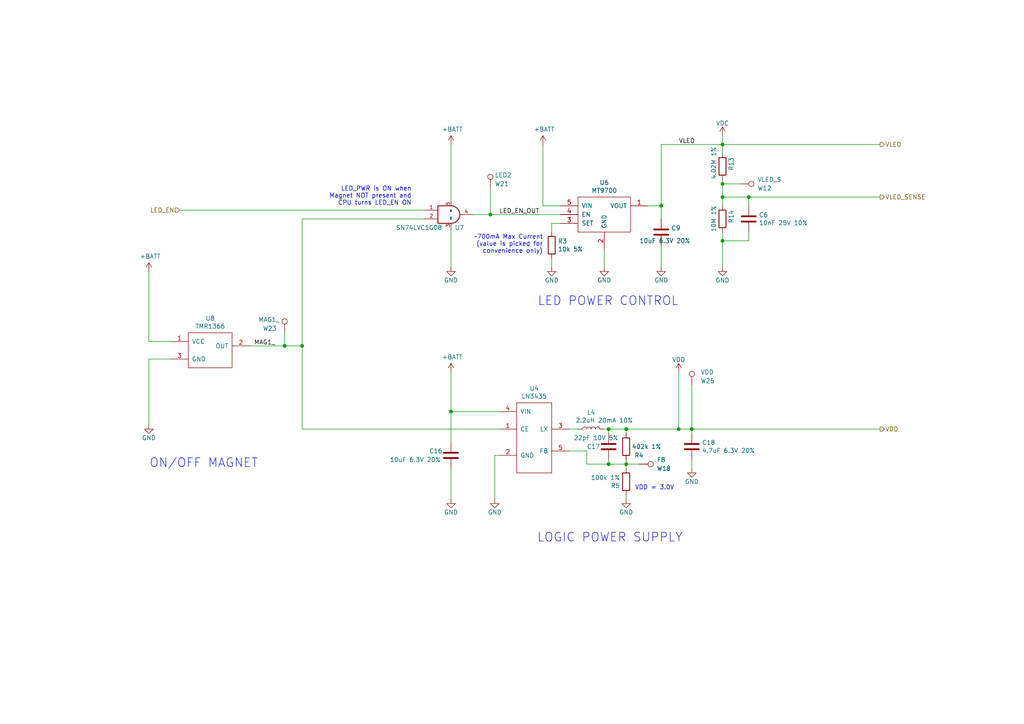
<source format=kicad_sch>
(kicad_sch (version 20211123) (generator eeschema)
  (paper "A4")
  (title_block (title "Pixels D20 Schematic, Power") (date "2020-04-13") (rev "2") (company "Systemic Games, LLC"))
  (lib_symbols
    (symbol "Device:C" (pin_numbers hide) (pin_names (offset 0.254))
      (property "Reference" "C" (at 0.635 2.54 0))
      (property "Value" "C" (at 0.635 -2.54 0))
      (symbol "C_0_1"
        (polyline (pts (xy -2.032 -0.762) (xy 2.032 -0.762)) (stroke (width 0.508)))
        (polyline (pts (xy -2.032 0.762) (xy 2.032 0.762)) (stroke (width 0.508)))
      )
      (symbol "C_1_1"
        (pin passive line (at 0 3.81 270) (length 2.794) (name "~") (number "1"))
        (pin passive line (at 0 -3.81 90) (length 2.794) (name "~") (number "2"))
      )
    )
    (symbol "Device:L" (pin_numbers hide) (pin_names (offset 1.016) hide)
      (property "Reference" "L" (at -1.27 0 90))
      (property "Value" "L" (at 1.905 0 90))
      (symbol "L_0_1"
        (arc (start 0 -2.54) (mid 0.635 -1.905) (end 0 -1.27))
        (arc (start 0 -1.27) (mid 0.635 -0.635) (end 0 0))
        (arc (start 0 0) (mid 0.635 0.635) (end 0 1.27))
        (arc (start 0 1.27) (mid 0.635 1.905) (end 0 2.54))
      )
      (symbol "L_1_1"
        (pin passive line (at 0 3.81 270) (length 1.27) (name "1") (number "1"))
        (pin passive line (at 0 -3.81 90) (length 1.27) (name "2") (number "2"))
      )
    )
    (symbol "Device:R" (pin_numbers hide) (pin_names (offset 0))
      (property "Reference" "R" (at 2.032 0 90))
      (property "Value" "R" (at 0 0 90))
      (symbol "R_0_1"
        (rectangle (start -1.016 -2.54) (end 1.016 2.54) (stroke (width 0.254)))
      )
      (symbol "R_1_1"
        (pin passive line (at 0 3.81 270) (length 1.27) (name "~") (number "1"))
        (pin passive line (at 0 -3.81 90) (length 1.27) (name "~") (number "2"))
      )
    )
    (symbol "Pixels-dice:74AHC1G08" (pin_names (offset 1.016))
      (property "Reference" "U" (at -2.54 3.81 0))
      (property "Value" "74AHC1G08" (at 0 -3.81 0))
      (symbol "74AHC1G08_0_1"
        (arc (start 0 -2.54) (mid 2.54 0) (end 0 2.54) (stroke (width 0.254)))
        (polyline (pts (xy 0 -2.54) (xy -3.81 -2.54) (xy -3.81 2.54) (xy 0 2.54)) (stroke (width 0.254)))
      )
      (symbol "74AHC1G08_1_1"
        (pin input line (at -7.62 1.27 0) (length 3.81) (name "~") (number "1"))
        (pin input line (at -7.62 -1.27 0) (length 3.81) (name "~") (number "2"))
        (pin power_in line (at 0 -3.81 90) (length 1.27) (name "GND") (number "3"))
        (pin output line (at 6.35 0 180) (length 3.81) (name "~") (number "4"))
        (pin power_in line (at 0 3.81 270) (length 1.27) (name "VCC") (number "5"))
      )
    )
    (symbol "Pixels-dice:LN3406" (pin_names (offset 1.016))
      (property "Reference" "U" (at 2.54 -11.43 0))
      (property "Value" "LN3406" (at -1.27 11.43 0))
      (symbol "LN3406_0_1"
        (rectangle (start -5.08 10.16) (end 5.08 -10.16))
      )
      (symbol "LN3406_1_1"
        (pin input line (at -10.16 2.54 0) (length 5.08) (name "CE") (number "1"))
        (pin power_in line (at -10.16 -5.08 0) (length 5.08) (name "GND") (number "2"))
        (pin power_out line (at 10.16 2.54 180) (length 5.08) (name "LX") (number "3"))
        (pin power_in line (at -10.16 7.62 0) (length 5.08) (name "VIN") (number "4"))
        (pin input line (at 10.16 -3.81 180) (length 5.08) (name "FB") (number "5"))
      )
    )
    (symbol "Pixels-dice:MT9700" (pin_names (offset 1.016))
      (property "Reference" "U" (at 6.35 -6.35 0))
      (property "Value" "MT9700" (at 0 6.35 0))
      (symbol "MT9700_0_1"
        (rectangle (start -7.62 5.08) (end 7.62 -5.08))
      )
      (symbol "MT9700_1_1"
        (pin power_out line (at 12.7 2.54 180) (length 5.08) (name "VOUT") (number "1"))
        (pin power_in line (at 0 -10.16 90) (length 5.08) (name "GND") (number "2"))
        (pin input line (at -12.7 -2.54 0) (length 5.08) (name "SET") (number "3"))
        (pin input line (at -12.7 0 0) (length 5.08) (name "EN") (number "4"))
        (pin power_in line (at -12.7 2.54 0) (length 5.08) (name "VIN") (number "5"))
      )
    )
    (symbol "Pixels-dice:TEST_1P-conn" (pin_numbers hide) (pin_names (offset 0.762) hide)
      (property "Reference" "W" (at 0 6.858 0))
      (property "Value" "TEST_1P-conn" (at 0 5.08 0))
      (symbol "TEST_1P-conn_0_1"
        (circle (center 0 3.302) (radius 0.762))
      )
      (symbol "TEST_1P-conn_1_1"
        (pin passive line (at 0 0 90) (length 2.54) (name "1") (number "1"))
      )
    )
    (symbol "Pixels-dice:TMR1366" (pin_names (offset 1.016))
      (property "Reference" "U" (at 3.81 -6.35 0))
      (property "Value" "TMR1366" (at 0 6.35 0))
      (symbol "TMR1366_1_1"
        (rectangle (start -6.35 5.08) (end 6.35 -5.08))
        (pin power_in line (at -11.43 2.54 0) (length 5.08) (name "VCC") (number "1"))
        (pin output line (at 11.43 1.27 180) (length 5.08) (name "OUT") (number "2"))
        (pin power_in line (at -11.43 -2.54 0) (length 5.08) (name "GND") (number "3"))
      )
    )
    (symbol "power:+BATT" (power) (pin_names (offset 0))
      (property "Value" "+BATT" (at 0 3.556 0))
      (symbol "+BATT_0_1"
        (polyline (pts (xy -0.762 1.27) (xy 0 2.54)))
        (polyline (pts (xy 0 0) (xy 0 2.54)))
        (polyline (pts (xy 0 2.54) (xy 0.762 1.27)))
      )
      (symbol "+BATT_1_1"
        (pin power_in line (at 0 0 90) (length 0) hide (name "+BATT") (number "1"))
      )
    )
    (symbol "power:GND" (power) (pin_names (offset 0))
      (property "Value" "GND" (at 0 -3.81 0))
      (symbol "GND_0_1"
        (polyline (pts (xy 0 0) (xy 0 -1.27) (xy 1.27 -1.27) (xy 0 -2.54) (xy -1.27 -1.27) (xy 0 -1.27)))
      )
      (symbol "GND_1_1"
        (pin power_in line (at 0 0 270) (length 0) hide (name "GND") (number "1"))
      )
    )
    (symbol "power:VDC" (power) (pin_names (offset 0))
      (property "Value" "VDC" (at 0 6.35 0))
      (symbol "VDC_0_1"
        (polyline (pts (xy -0.762 1.27) (xy 0 2.54)))
        (polyline (pts (xy 0 0) (xy 0 2.54)))
        (polyline (pts (xy 0 2.54) (xy 0.762 1.27)))
      )
      (symbol "VDC_1_1"
        (pin power_in line (at 0 0 90) (length 0) hide (name "VDC") (number "1"))
      )
    )
    (symbol "power:VDD" (power) (pin_names (offset 0))
      (property "Value" "VDD" (at 0 3.81 0))
      (symbol "VDD_0_1"
        (polyline (pts (xy -0.762 1.27) (xy 0 2.54)))
        (polyline (pts (xy 0 0) (xy 0 2.54)))
        (polyline (pts (xy 0 2.54) (xy 0.762 1.27)))
      )
      (symbol "VDD_1_1"
        (pin power_in line (at 0 0 90) (length 0) hide (name "VDD") (number "1"))
      )
    )
  )
  (junction (at 142.24 62.23))
  (junction (at 209.55 41.91))
  (junction (at 200.66 124.46))
  (junction (at 209.55 69.85))
  (junction (at 176.53 124.46))
  (junction (at 196.85 124.46))
  (junction (at 181.61 134.62))
  (junction (at 87.63 100.33))
  (junction (at 82.55 100.33))
  (junction (at 209.55 57.15))
  (junction (at 217.17 57.15))
  (junction (at 191.77 59.69))
  (junction (at 176.53 134.62))
  (junction (at 181.61 124.46))
  (junction (at 130.81 119.38))
  (junction (at 209.55 53.34))
  (wire (pts (xy 176.53 134.62) (xy 181.61 134.62)))
  (wire (pts (xy 170.18 130.81) (xy 170.18 134.62)))
  (wire (pts (xy 176.53 124.46) (xy 175.26 124.46)))
  (wire (pts (xy 165.1 130.81) (xy 170.18 130.81)))
  (wire (pts (xy 200.66 124.46) (xy 200.66 125.73)))
  (wire (pts (xy 181.61 124.46) (xy 176.53 124.46)))
  (wire (pts (xy 87.63 100.33) (xy 82.55 100.33)))
  (wire (pts (xy 43.18 78.74) (xy 43.18 99.06)))
  (wire (pts (xy 209.55 57.15) (xy 209.55 59.69)))
  (wire (pts (xy 49.53 104.14) (xy 43.18 104.14)))
  (wire (pts (xy 167.64 124.46) (xy 165.1 124.46)))
  (wire (pts (xy 176.53 125.73) (xy 176.53 124.46)))
  (wire (pts (xy 170.18 134.62) (xy 176.53 134.62)))
  (wire (pts (xy 217.17 69.85) (xy 209.55 69.85)))
  (wire (pts (xy 217.17 67.31) (xy 217.17 69.85)))
  (wire (pts (xy 209.55 52.07) (xy 209.55 53.34)))
  (wire (pts (xy 255.27 41.91) (xy 209.55 41.91)))
  (wire (pts (xy 175.26 72.39) (xy 175.26 77.47)))
  (wire (pts (xy 217.17 57.15) (xy 217.17 59.69)))
  (wire (pts (xy 181.61 134.62) (xy 185.42 134.62)))
  (wire (pts (xy 200.66 111.76) (xy 200.66 124.46)))
  (wire (pts (xy 52.07 60.96) (xy 123.19 60.96)))
  (wire (pts (xy 43.18 104.14) (xy 43.18 123.19)))
  (wire (pts (xy 176.53 134.62) (xy 176.53 133.35)))
  (wire (pts (xy 196.85 107.95) (xy 196.85 124.46)))
  (wire (pts (xy 200.66 124.46) (xy 255.27 124.46)))
  (wire (pts (xy 191.77 63.5) (xy 191.77 59.69)))
  (wire (pts (xy 209.55 69.85) (xy 209.55 77.47)))
  (wire (pts (xy 209.55 53.34) (xy 214.63 53.34)))
  (wire (pts (xy 209.55 41.91) (xy 191.77 41.91)))
  (wire (pts (xy 130.81 128.27) (xy 130.81 119.38)))
  (wire (pts (xy 162.56 59.69) (xy 157.48 59.69)))
  (wire (pts (xy 143.51 132.08) (xy 143.51 144.78)))
  (wire (pts (xy 87.63 63.5) (xy 87.63 100.33)))
  (wire (pts (xy 130.81 107.95) (xy 130.81 119.38)))
  (wire (pts (xy 130.81 66.04) (xy 130.81 77.47)))
  (wire (pts (xy 43.18 99.06) (xy 49.53 99.06)))
  (wire (pts (xy 143.51 132.08) (xy 144.78 132.08)))
  (wire (pts (xy 130.81 41.91) (xy 130.81 58.42)))
  (wire (pts (xy 142.24 62.23) (xy 162.56 62.23)))
  (wire (pts (xy 209.55 39.37) (xy 209.55 41.91)))
  (wire (pts (xy 162.56 64.77) (xy 160.02 64.77)))
  (wire (pts (xy 181.61 125.73) (xy 181.61 124.46)))
  (wire (pts (xy 160.02 74.93) (xy 160.02 77.47)))
  (wire (pts (xy 137.16 62.23) (xy 142.24 62.23)))
  (wire (pts (xy 87.63 124.46) (xy 144.78 124.46)))
  (wire (pts (xy 181.61 124.46) (xy 196.85 124.46)))
  (wire (pts (xy 82.55 100.33) (xy 72.39 100.33)))
  (wire (pts (xy 160.02 64.77) (xy 160.02 67.31)))
  (wire (pts (xy 209.55 41.91) (xy 209.55 44.45)))
  (wire (pts (xy 181.61 134.62) (xy 181.61 135.89)))
  (wire (pts (xy 209.55 53.34) (xy 209.55 57.15)))
  (wire (pts (xy 196.85 124.46) (xy 200.66 124.46)))
  (wire (pts (xy 187.96 59.69) (xy 191.77 59.69)))
  (wire (pts (xy 87.63 100.33) (xy 87.63 124.46)))
  (wire (pts (xy 157.48 41.91) (xy 157.48 59.69)))
  (wire (pts (xy 181.61 134.62) (xy 181.61 133.35)))
  (wire (pts (xy 209.55 57.15) (xy 217.17 57.15)))
  (wire (pts (xy 200.66 133.35) (xy 200.66 135.89)))
  (wire (pts (xy 142.24 54.61) (xy 142.24 62.23)))
  (wire (pts (xy 130.81 119.38) (xy 144.78 119.38)))
  (wire (pts (xy 191.77 41.91) (xy 191.77 59.69)))
  (wire (pts (xy 82.55 96.52) (xy 82.55 100.33)))
  (wire (pts (xy 209.55 67.31) (xy 209.55 69.85)))
  (wire (pts (xy 87.63 63.5) (xy 123.19 63.5)))
  (wire (pts (xy 191.77 71.12) (xy 191.77 77.47)))
  (wire (pts (xy 130.81 135.89) (xy 130.81 144.78)))
  (wire (pts (xy 181.61 143.51) (xy 181.61 144.78)))
  (wire (pts (xy 217.17 57.15) (xy 255.27 57.15)))
  (text "LOGIC POWER SUPPLY" (at 198.12 157.48 180) (effects (font (size 2.54 2.54)) (justify right bottom)))
  (text "ON/OFF MAGNET" (at 74.93 135.89 180) (effects (font (size 2.54 2.54)) (justify right bottom)))
  (text "LED_PWR is ON when\nMagnet NOT present and\nCPU turns LED_EN ON" (at 119.38 59.69 0) (effects (font (size 1.27 1.27)) (justify right bottom)))
  (text "LED POWER CONTROL" (at 196.85 88.9 180) (effects (font (size 2.54 2.54)) (justify right bottom)))
  (text "VDD = 3.0V" (at 195.58 142.24 180) (effects (font (size 1.27 1.27)) (justify right bottom)))
  (text "~700mA Max Current\n(value is picked for\nconvenience only)" (at 157.48 73.66 0) (effects (font (size 1.27 1.27)) (justify right bottom)))
  (label "MAG1_" (at 73.66 100.33 0))
  (label "VLED" (at 196.85 41.91 0))
  (label "LED_EN_OUT" (at 144.78 62.23 0))
  (hierarchical_label "LED_EN" (shape input) (at 52.07 60.96 180))
  (hierarchical_label "VDD" (shape output) (at 255.27 124.46 0))
  (hierarchical_label "VLED_SENSE" (shape output) (at 255.27 57.15 0))
  (hierarchical_label "VLED" (shape output) (at 255.27 41.91 0))
  (symbol (lib_id "Pixels-dice:TEST_1P-conn") (at 185.42 134.62 270) (unit 1)
    (property "Reference" "W18" (at 190.5 135.89 90) (effects (justify left)))
    (property "Value" "FB" (at 190.5 133.35 90) (effects (justify left)))
    (property "Footprint" "Pixels-dice:TEST_PIN" (effects hide))
    (property "Generic OK" "N/A" (effects hide))
  )
  (symbol (lib_id "Pixels-dice:TEST_1P-conn") (at 142.24 54.61 0) (unit 1)
    (property "Reference" "W21" (at 143.51 53.34 0) (effects (justify left)))
    (property "Value" "LED2" (at 143.51 50.8 0) (effects (justify left)))
    (property "Footprint" "Pixels-dice:TEST_PIN" (effects hide))
    (property "Generic OK" "N/A" (effects hide))
  )
  (symbol (lib_id "power:+BATT") (at 157.48 41.91 0) (unit 1)
    (property "Reference" "#PWR033" (effects hide))
    (property "Value" "+BATT" (at 157.861 37.5158 0))
  )
  (symbol (lib_id "Device:L") (at 171.45 124.46 90) (unit 1)
    (property "Reference" "L4" (at 171.45 119.634 90))
    (property "Value" "2.2uH 20mA 10%" (at 175.26 121.92 90))
    (property "Footprint" "Inductor_SMD:L_0805_2012Metric" (effects hide))
    (property "Generic OK" "YES" (effects hide))
    (property "Pixels Part Number" "SMD-L004" (effects hide))
    (property "Manufacturer" "Murata" (effects hide))
    (property "Manufacturer Part Number" "LQM21PN2R2MC0" (effects hide))
  )
  (symbol (lib_id "Device:C") (at 200.66 129.54 0) (unit 1)
    (property "Reference" "C18" (at 203.581 128.3716 0) (effects (justify left)))
    (property "Value" "4.7uF 6.3V 20%" (at 203.581 130.683 0) (effects (justify left)))
    (property "Footprint" "Capacitor_SMD:C_0402_1005Metric" (effects hide))
    (property "Generic OK" "YES" (effects hide))
    (property "Pixels Part Number" "SMD-C002" (effects hide))
    (property "Manufacturer" "Murata" (effects hide))
    (property "Manufacturer Part Number" "GRM155R60J475ME87D" (effects hide))
  )
  (symbol (lib_id "power:GND") (at 200.66 135.89 0) (unit 1)
    (property "Reference" "#PWR028" (effects hide))
    (property "Value" "GND" (at 200.66 139.7 0))
  )
  (symbol (lib_id "power:GND") (at 130.81 144.78 0) (unit 1)
    (property "Reference" "#PWR029" (effects hide))
    (property "Value" "GND" (at 130.81 148.59 0))
  )
  (symbol (lib_id "Pixels-dice:LN3406") (at 154.94 127 0) (unit 1)
    (property "Reference" "U4" (at 154.94 112.649 0))
    (property "Value" "LN3435" (at 154.94 114.9604 0))
    (property "Footprint" "Pixels-dice:SOT-23-5" (effects hide))
    (property "Generic OK" "NO" (effects hide))
    (property "Manufacturer" "NATLINEAR" (effects hide))
    (property "Manufacturer Part Number" "LN3435" (effects hide))
    (property "Pixels Part Number" "SMD-U004-ALT1" (effects hide))
  )
  (symbol (lib_id "power:GND") (at 175.26 77.47 0) (unit 1)
    (property "Reference" "#PWR038" (effects hide))
    (property "Value" "GND" (at 175.26 81.28 0))
  )
  (symbol (lib_id "Device:C") (at 176.53 129.54 0) (unit 1)
    (property "Reference" "C17" (at 170.18 129.54 0) (effects (justify left)))
    (property "Value" "22pF 10V 5%" (at 166.37 127 0) (effects (justify left)))
    (property "Footprint" "Capacitor_SMD:C_0402_1005Metric" (effects hide))
    (property "Generic OK" "YES" (effects hide))
    (property "Pixels Part Number" "SMD-C007" (effects hide))
    (property "Manufacturer" "Murata" (effects hide))
    (property "Manufacturer Part Number" "GCM1555C1H220JA16J" (effects hide))
  )
  (symbol (lib_id "Device:R") (at 181.61 139.7 180) (unit 1)
    (property "Reference" "R5" (at 179.832 140.8684 0) (effects (justify left)))
    (property "Value" "100k 1%" (at 179.832 138.557 0) (effects (justify left)))
    (property "Footprint" "Resistor_SMD:R_0402_1005Metric" (effects hide))
    (property "Generic OK" "YES" (effects hide))
    (property "Pixels Part Number" "SMD-R006" (effects hide))
    (property "Manufacturer" "UNI-ROYAL(Uniroyal Elec)" (effects hide))
    (property "Manufacturer Part Number" "0402WGF1003TCE" (effects hide))
  )
  (symbol (lib_id "Device:R") (at 181.61 129.54 180) (unit 1)
    (property "Reference" "R4" (at 186.69 132.08 0) (effects (justify left)))
    (property "Value" "402k 1%" (at 191.77 129.54 0) (effects (justify left)))
    (property "Footprint" "Resistor_SMD:R_0402_1005Metric" (effects hide))
    (property "Generic OK" "YES" (effects hide))
    (property "Pixels Part Number" "SMD-R001" (effects hide))
    (property "Manufacturer" "UNI-ROYAL(Uniroyal Elec)" (effects hide))
    (property "Manufacturer Part Number" "0402WGF4023TCE" (effects hide))
  )
  (symbol (lib_id "power:GND") (at 181.61 144.78 0) (unit 1)
    (property "Reference" "#PWR030" (effects hide))
    (property "Value" "GND" (at 181.61 148.59 0))
  )
  (symbol (lib_id "power:GND") (at 43.18 123.19 0) (unit 1)
    (property "Reference" "#PWR039" (effects hide))
    (property "Value" "GND" (at 43.18 127 0))
  )
  (symbol (lib_id "Device:C") (at 130.81 132.08 0) (unit 1)
    (property "Reference" "C16" (at 124.46 130.81 0) (effects (justify left)))
    (property "Value" "10uF 6.3V 20%" (at 113.03 133.35 0) (effects (justify left)))
    (property "Footprint" "Pixels-dice:C_0402_1005Metric" (effects hide))
    (property "Generic OK" "YES" (effects hide))
    (property "Pixels Part Number" "SMD-C002" (effects hide))
    (property "Manufacturer" "Murata" (effects hide))
    (property "Manufacturer Part Number" "GRM155R60J106ME05J" (effects hide))
  )
  (symbol (lib_id "power:+BATT") (at 130.81 107.95 0) (unit 1)
    (property "Reference" "#PWR025" (effects hide))
    (property "Value" "+BATT" (at 131.191 103.5558 0))
  )
  (symbol (lib_id "power:+BATT") (at 43.18 78.74 0) (unit 1)
    (property "Reference" "#PWR036" (effects hide))
    (property "Value" "+BATT" (at 43.561 74.3458 0))
  )
  (symbol (lib_id "Pixels-dice:TEST_1P-conn") (at 82.55 96.52 0) (unit 1)
    (property "Reference" "W23" (at 76.2 95.25 0) (effects (justify left)))
    (property "Value" "MAG1_" (at 74.93 92.71 0) (effects (justify left)))
    (property "Footprint" "Pixels-dice:TEST_PIN" (effects hide))
    (property "Generic OK" "N/A" (effects hide))
  )
  (symbol (lib_id "Pixels-dice:74AHC1G08") (at 130.81 62.23 0) (unit 1)
    (property "Reference" "U7" (at 134.62 66.04 0) (effects (justify right)))
    (property "Value" "SN74LVC1G08" (at 128.27 66.04 0) (effects (justify right)))
    (property "Footprint" "Pixels-dice:SOT-353_SC-70-5" (effects hide))
    (property "Datasheet" "http://www.ti.com/lit/sg/scyt129e/scyt129e.pdf" (effects hide))
    (property "Generic OK" "YES" (effects hide))
    (property "Manufacturer" "UMW(Youtai Semiconductor Co., Ltd.)" (effects hide))
    (property "Manufacturer Part Number" "SN74LVC1G08DCKR" (effects hide))
    (property "Pixels Part Number" "SMD-U007" (effects hide))
  )
  (symbol (lib_id "power:+BATT") (at 130.81 41.91 0) (unit 1)
    (property "Reference" "#PWR020" (effects hide))
    (property "Value" "+BATT" (at 131.191 37.5158 0))
  )
  (symbol (lib_id "power:GND") (at 130.81 77.47 0) (unit 1)
    (property "Reference" "#PWR034" (effects hide))
    (property "Value" "GND" (at 130.81 81.28 0))
  )
  (symbol (lib_id "Pixels-dice:TEST_1P-conn") (at 200.66 111.76 0) (unit 1)
    (property "Reference" "W25" (at 203.2 110.49 0) (effects (justify left)))
    (property "Value" "VDD" (at 203.2 107.95 0) (effects (justify left)))
    (property "Footprint" "Pixels-dice:TEST_PIN" (effects hide))
    (property "Generic OK" "N/A" (effects hide))
  )
  (symbol (lib_id "Device:R") (at 209.55 48.26 0) (unit 1)
    (property "Reference" "R13" (at 212.09 49.53 90) (effects (justify left)))
    (property "Value" "4.02M 1%" (at 207.01 52.07 90) (effects (justify left)))
    (property "Footprint" "Resistor_SMD:R_0402_1005Metric" (effects hide))
    (property "Generic OK" "YES" (effects hide))
    (property "Pixels Part Number" "SMD-R003" (effects hide))
    (property "Manufacturer" "UNI-ROYAL(Uniroyal Elec)" (effects hide))
    (property "Manufacturer Part Number" "0402WGF4024TCE" (effects hide))
  )
  (symbol (lib_id "Device:R") (at 209.55 63.5 0) (unit 1)
    (property "Reference" "R14" (at 212.09 64.77 90) (effects (justify left)))
    (property "Value" "10M 1%" (at 207.01 67.31 90) (effects (justify left)))
    (property "Footprint" "Resistor_SMD:R_0402_1005Metric" (effects hide))
    (property "Generic OK" "YES" (effects hide))
    (property "Pixels Part Number" "SMD-R004" (effects hide))
    (property "Manufacturer" "UNI-ROYAL(Uniroyal Elec)" (effects hide))
    (property "Manufacturer Part Number" "0402WGF1005TCE" (effects hide))
  )
  (symbol (lib_id "Device:C") (at 217.17 63.5 0) (unit 1)
    (property "Reference" "C6" (at 220.091 62.3316 0) (effects (justify left)))
    (property "Value" "10nF 25V 10%" (at 220.091 64.643 0) (effects (justify left)))
    (property "Footprint" "Capacitor_SMD:C_0402_1005Metric" (effects hide))
    (property "Generic OK" "YES" (effects hide))
    (property "Pixels Part Number" "SMD-C009" (effects hide))
    (property "Manufacturer" "Murata" (effects hide))
    (property "Manufacturer Part Number" "GRM155R71H103KA88" (effects hide))
  )
  (symbol (lib_id "power:GND") (at 209.55 77.47 0) (unit 1)
    (property "Reference" "#PWR079" (effects hide))
    (property "Value" "GND" (at 209.55 81.28 0))
  )
  (symbol (lib_id "Pixels-dice:TEST_1P-conn") (at 214.63 53.34 270) (unit 1)
    (property "Reference" "W12" (at 219.71 54.61 90) (effects (justify left)))
    (property "Value" "VLED_S" (at 219.71 52.07 90) (effects (justify left)))
    (property "Footprint" "Pixels-dice:TEST_PIN" (effects hide))
    (property "Generic OK" "N/A" (effects hide))
  )
  (symbol (lib_id "Pixels-dice:TMR1366") (at 60.96 101.6 0) (unit 1)
    (property "Reference" "U8" (at 60.96 92.329 0))
    (property "Value" "TMR1366" (at 60.96 94.6404 0))
    (property "Footprint" "Package_TO_SOT_SMD:SOT-23" (effects hide))
    (property "Generic OK" "NO" (effects hide))
    (property "Manufacturer" "Multi Dimension" (effects hide))
    (property "Manufacturer Part Number" "TMR1366S" (effects hide))
    (property "Pixels Part Number" "SMD-U008-ALT8" (effects hide))
  )
  (symbol (lib_id "Device:C") (at 191.77 67.31 0) (unit 1)
    (property "Reference" "C9" (at 194.691 66.1416 0) (effects (justify left)))
    (property "Value" "10uF 6.3V 20%" (at 185.42 69.85 0) (effects (justify left)))
    (property "Footprint" "Pixels-dice:C_0402_1005Metric" (effects hide))
    (property "Generic OK" "YES" (effects hide))
    (property "Pixels Part Number" "SMD-C002" (effects hide))
    (property "Manufacturer" "Murata" (effects hide))
    (property "Manufacturer Part Number" "GRM155R60J106ME05J" (effects hide))
  )
  (symbol (lib_id "power:GND") (at 191.77 77.47 0) (unit 1)
    (property "Reference" "#PWR0142" (effects hide))
    (property "Value" "GND" (at 191.77 81.28 0))
  )
  (symbol (lib_id "Pixels-dice:MT9700") (at 175.26 62.23 0) (unit 1)
    (property "Reference" "U6" (at 175.26 52.959 0))
    (property "Value" "MT9700" (at 175.26 55.2704 0))
    (property "Footprint" "Pixels-dice:SOT-23-5" (effects hide))
    (property "Manufacturer" "XI'AN Aerosemi Tech" (effects hide))
    (property "Manufacturer Part Number" "MT9700" (effects hide))
    (property "Pixels Part Number" "SMD-U006-ALT2" (effects hide))
    (property "Generic OK" "NO" (effects hide))
  )
  (symbol (lib_id "Device:R") (at 160.02 71.12 0) (unit 1)
    (property "Reference" "R3" (at 161.798 69.9516 0) (effects (justify left)))
    (property "Value" "10k 5%" (at 161.798 72.263 0) (effects (justify left)))
    (property "Footprint" "Resistor_SMD:R_0402_1005Metric" (effects hide))
    (property "Generic OK" "YES" (effects hide))
    (property "Manufacturer" "UNI-ROYAL(Uniroyal Elec)" (effects hide))
    (property "Manufacturer Part Number" "0402WGJ0103TCE" (effects hide))
    (property "Pixels Part Number" "SMD-R002" (effects hide))
  )
  (symbol (lib_id "power:GND") (at 160.02 77.47 0) (unit 1)
    (property "Reference" "#PWR0101" (effects hide))
    (property "Value" "GND" (at 160.02 81.28 0))
  )
  (symbol (lib_id "power:VDC") (at 209.55 39.37 0) (unit 1)
    (property "Reference" "#PWR026" (effects hide))
    (property "Value" "VDC" (at 209.55 35.7655 0))
  )
  (symbol (lib_id "power:GND") (at 143.51 144.78 0) (unit 1)
    (property "Reference" "#PWR031" (effects hide))
    (property "Value" "GND" (at 143.51 148.59 0))
  )
  (symbol (lib_id "power:VDD") (at 196.85 107.95 0) (unit 1)
    (property "Reference" "#PWR027" (effects hide))
    (property "Value" "VDD" (at 196.85 104.3455 0))
  )
)
</source>
